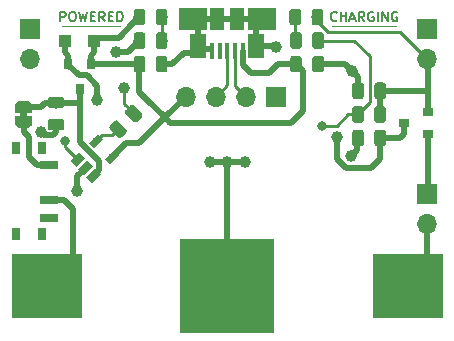
<source format=gtl>
G04 #@! TF.GenerationSoftware,KiCad,Pcbnew,5.0.2-bee76a0~70~ubuntu18.04.1*
G04 #@! TF.CreationDate,2019-03-01T14:14:17+01:00*
G04 #@! TF.ProjectId,SINE_STIMULUS_charger,53494e45-5f53-4544-994d-554c55535f63,rev?*
G04 #@! TF.SameCoordinates,Original*
G04 #@! TF.FileFunction,Copper,L1,Top*
G04 #@! TF.FilePolarity,Positive*
%FSLAX46Y46*%
G04 Gerber Fmt 4.6, Leading zero omitted, Abs format (unit mm)*
G04 Created by KiCad (PCBNEW 5.0.2-bee76a0~70~ubuntu18.04.1) date ven. 01 mars 2019 14:14:17 CET*
%MOMM*%
%LPD*%
G01*
G04 APERTURE LIST*
G04 #@! TA.AperFunction,NonConductor*
%ADD10C,0.180000*%
G04 #@! TD*
G04 #@! TA.AperFunction,SMDPad,CuDef*
%ADD11R,0.800100X0.899160*%
G04 #@! TD*
G04 #@! TA.AperFunction,SMDPad,CuDef*
%ADD12R,8.000000X8.000000*%
G04 #@! TD*
G04 #@! TA.AperFunction,SMDPad,CuDef*
%ADD13R,6.000000X5.500000*%
G04 #@! TD*
G04 #@! TA.AperFunction,Conductor*
%ADD14C,0.100000*%
G04 #@! TD*
G04 #@! TA.AperFunction,SMDPad,CuDef*
%ADD15C,0.975000*%
G04 #@! TD*
G04 #@! TA.AperFunction,SMDPad,CuDef*
%ADD16R,1.000000X1.000000*%
G04 #@! TD*
G04 #@! TA.AperFunction,SMDPad,CuDef*
%ADD17R,0.450000X1.380000*%
G04 #@! TD*
G04 #@! TA.AperFunction,SMDPad,CuDef*
%ADD18R,1.475000X2.100000*%
G04 #@! TD*
G04 #@! TA.AperFunction,SMDPad,CuDef*
%ADD19R,2.375000X1.900000*%
G04 #@! TD*
G04 #@! TA.AperFunction,SMDPad,CuDef*
%ADD20R,1.175000X1.900000*%
G04 #@! TD*
G04 #@! TA.AperFunction,SMDPad,CuDef*
%ADD21C,0.500000*%
G04 #@! TD*
G04 #@! TA.AperFunction,SMDPad,CuDef*
%ADD22C,0.650000*%
G04 #@! TD*
G04 #@! TA.AperFunction,SMDPad,CuDef*
%ADD23R,0.900000X0.800000*%
G04 #@! TD*
G04 #@! TA.AperFunction,ComponentPad*
%ADD24R,1.700000X1.700000*%
G04 #@! TD*
G04 #@! TA.AperFunction,ComponentPad*
%ADD25O,1.700000X1.700000*%
G04 #@! TD*
G04 #@! TA.AperFunction,SMDPad,CuDef*
%ADD26R,1.500000X0.700000*%
G04 #@! TD*
G04 #@! TA.AperFunction,SMDPad,CuDef*
%ADD27R,0.800000X1.000000*%
G04 #@! TD*
G04 #@! TA.AperFunction,ViaPad*
%ADD28C,1.000000*%
G04 #@! TD*
G04 #@! TA.AperFunction,ViaPad*
%ADD29C,0.800000*%
G04 #@! TD*
G04 #@! TA.AperFunction,Conductor*
%ADD30C,0.080000*%
G04 #@! TD*
G04 #@! TA.AperFunction,Conductor*
%ADD31C,0.500000*%
G04 #@! TD*
G04 #@! TA.AperFunction,Conductor*
%ADD32C,0.250000*%
G04 #@! TD*
G04 APERTURE END LIST*
D10*
X114264619Y-61535714D02*
X114226523Y-61573809D01*
X114112238Y-61611904D01*
X114036047Y-61611904D01*
X113921761Y-61573809D01*
X113845571Y-61497619D01*
X113807476Y-61421428D01*
X113769380Y-61269047D01*
X113769380Y-61154761D01*
X113807476Y-61002380D01*
X113845571Y-60926190D01*
X113921761Y-60850000D01*
X114036047Y-60811904D01*
X114112238Y-60811904D01*
X114226523Y-60850000D01*
X114264619Y-60888095D01*
X114607476Y-61611904D02*
X114607476Y-60811904D01*
X114607476Y-61192857D02*
X115064619Y-61192857D01*
X115064619Y-61611904D02*
X115064619Y-60811904D01*
X115407476Y-61383333D02*
X115788428Y-61383333D01*
X115331285Y-61611904D02*
X115597952Y-60811904D01*
X115864619Y-61611904D01*
X116588428Y-61611904D02*
X116321761Y-61230952D01*
X116131285Y-61611904D02*
X116131285Y-60811904D01*
X116436047Y-60811904D01*
X116512238Y-60850000D01*
X116550333Y-60888095D01*
X116588428Y-60964285D01*
X116588428Y-61078571D01*
X116550333Y-61154761D01*
X116512238Y-61192857D01*
X116436047Y-61230952D01*
X116131285Y-61230952D01*
X117350333Y-60850000D02*
X117274142Y-60811904D01*
X117159857Y-60811904D01*
X117045571Y-60850000D01*
X116969380Y-60926190D01*
X116931285Y-61002380D01*
X116893190Y-61154761D01*
X116893190Y-61269047D01*
X116931285Y-61421428D01*
X116969380Y-61497619D01*
X117045571Y-61573809D01*
X117159857Y-61611904D01*
X117236047Y-61611904D01*
X117350333Y-61573809D01*
X117388428Y-61535714D01*
X117388428Y-61269047D01*
X117236047Y-61269047D01*
X117731285Y-61611904D02*
X117731285Y-60811904D01*
X118112238Y-61611904D02*
X118112238Y-60811904D01*
X118569380Y-61611904D01*
X118569380Y-60811904D01*
X119369380Y-60850000D02*
X119293190Y-60811904D01*
X119178904Y-60811904D01*
X119064619Y-60850000D01*
X118988428Y-60926190D01*
X118950333Y-61002380D01*
X118912238Y-61154761D01*
X118912238Y-61269047D01*
X118950333Y-61421428D01*
X118988428Y-61497619D01*
X119064619Y-61573809D01*
X119178904Y-61611904D01*
X119255095Y-61611904D01*
X119369380Y-61573809D01*
X119407476Y-61535714D01*
X119407476Y-61269047D01*
X119255095Y-61269047D01*
X90873476Y-61611904D02*
X90873476Y-60811904D01*
X91178238Y-60811904D01*
X91254428Y-60850000D01*
X91292523Y-60888095D01*
X91330619Y-60964285D01*
X91330619Y-61078571D01*
X91292523Y-61154761D01*
X91254428Y-61192857D01*
X91178238Y-61230952D01*
X90873476Y-61230952D01*
X91825857Y-60811904D02*
X91978238Y-60811904D01*
X92054428Y-60850000D01*
X92130619Y-60926190D01*
X92168714Y-61078571D01*
X92168714Y-61345238D01*
X92130619Y-61497619D01*
X92054428Y-61573809D01*
X91978238Y-61611904D01*
X91825857Y-61611904D01*
X91749666Y-61573809D01*
X91673476Y-61497619D01*
X91635380Y-61345238D01*
X91635380Y-61078571D01*
X91673476Y-60926190D01*
X91749666Y-60850000D01*
X91825857Y-60811904D01*
X92435380Y-60811904D02*
X92625857Y-61611904D01*
X92778238Y-61040476D01*
X92930619Y-61611904D01*
X93121095Y-60811904D01*
X93425857Y-61192857D02*
X93692523Y-61192857D01*
X93806809Y-61611904D02*
X93425857Y-61611904D01*
X93425857Y-60811904D01*
X93806809Y-60811904D01*
X94606809Y-61611904D02*
X94340142Y-61230952D01*
X94149666Y-61611904D02*
X94149666Y-60811904D01*
X94454428Y-60811904D01*
X94530619Y-60850000D01*
X94568714Y-60888095D01*
X94606809Y-60964285D01*
X94606809Y-61078571D01*
X94568714Y-61154761D01*
X94530619Y-61192857D01*
X94454428Y-61230952D01*
X94149666Y-61230952D01*
X94949666Y-61192857D02*
X95216333Y-61192857D01*
X95330619Y-61611904D02*
X94949666Y-61611904D01*
X94949666Y-60811904D01*
X95330619Y-60811904D01*
X95673476Y-61611904D02*
X95673476Y-60811904D01*
X95863952Y-60811904D01*
X95978238Y-60850000D01*
X96054428Y-60926190D01*
X96092523Y-61002380D01*
X96130619Y-61154761D01*
X96130619Y-61269047D01*
X96092523Y-61421428D01*
X96054428Y-61497619D01*
X95978238Y-61573809D01*
X95863952Y-61611904D01*
X95673476Y-61611904D01*
D11*
G04 #@! TO.P,Q1,3*
G04 #@! TO.N,/Power Management/V_UNREG*
X91550040Y-65249240D03*
G04 #@! TO.P,Q1,2*
G04 #@! TO.N,/V_USB*
X93449960Y-65249240D03*
G04 #@! TO.P,Q1,1*
G04 #@! TO.N,Net-(C2-Pad1)*
X92500000Y-67349820D03*
G04 #@! TD*
D12*
G04 #@! TO.P,BT1,2*
G04 #@! TO.N,GND*
X105000000Y-84000000D03*
D13*
G04 #@! TO.P,BT1,1*
G04 #@! TO.N,/V_LIPO*
X120300000Y-84000000D03*
X89700000Y-84000000D03*
G04 #@! TD*
D14*
G04 #@! TO.N,/V_USB*
G04 #@! TO.C,C1*
G36*
X97830142Y-64551174D02*
X97853803Y-64554684D01*
X97877007Y-64560496D01*
X97899529Y-64568554D01*
X97921153Y-64578782D01*
X97941670Y-64591079D01*
X97960883Y-64605329D01*
X97978607Y-64621393D01*
X97994671Y-64639117D01*
X98008921Y-64658330D01*
X98021218Y-64678847D01*
X98031446Y-64700471D01*
X98039504Y-64722993D01*
X98045316Y-64746197D01*
X98048826Y-64769858D01*
X98050000Y-64793750D01*
X98050000Y-65706250D01*
X98048826Y-65730142D01*
X98045316Y-65753803D01*
X98039504Y-65777007D01*
X98031446Y-65799529D01*
X98021218Y-65821153D01*
X98008921Y-65841670D01*
X97994671Y-65860883D01*
X97978607Y-65878607D01*
X97960883Y-65894671D01*
X97941670Y-65908921D01*
X97921153Y-65921218D01*
X97899529Y-65931446D01*
X97877007Y-65939504D01*
X97853803Y-65945316D01*
X97830142Y-65948826D01*
X97806250Y-65950000D01*
X97318750Y-65950000D01*
X97294858Y-65948826D01*
X97271197Y-65945316D01*
X97247993Y-65939504D01*
X97225471Y-65931446D01*
X97203847Y-65921218D01*
X97183330Y-65908921D01*
X97164117Y-65894671D01*
X97146393Y-65878607D01*
X97130329Y-65860883D01*
X97116079Y-65841670D01*
X97103782Y-65821153D01*
X97093554Y-65799529D01*
X97085496Y-65777007D01*
X97079684Y-65753803D01*
X97076174Y-65730142D01*
X97075000Y-65706250D01*
X97075000Y-64793750D01*
X97076174Y-64769858D01*
X97079684Y-64746197D01*
X97085496Y-64722993D01*
X97093554Y-64700471D01*
X97103782Y-64678847D01*
X97116079Y-64658330D01*
X97130329Y-64639117D01*
X97146393Y-64621393D01*
X97164117Y-64605329D01*
X97183330Y-64591079D01*
X97203847Y-64578782D01*
X97225471Y-64568554D01*
X97247993Y-64560496D01*
X97271197Y-64554684D01*
X97294858Y-64551174D01*
X97318750Y-64550000D01*
X97806250Y-64550000D01*
X97830142Y-64551174D01*
X97830142Y-64551174D01*
G37*
D15*
G04 #@! TD*
G04 #@! TO.P,C1,1*
G04 #@! TO.N,/V_USB*
X97562500Y-65250000D03*
D14*
G04 #@! TO.N,GND*
G04 #@! TO.C,C1*
G36*
X99705142Y-64551174D02*
X99728803Y-64554684D01*
X99752007Y-64560496D01*
X99774529Y-64568554D01*
X99796153Y-64578782D01*
X99816670Y-64591079D01*
X99835883Y-64605329D01*
X99853607Y-64621393D01*
X99869671Y-64639117D01*
X99883921Y-64658330D01*
X99896218Y-64678847D01*
X99906446Y-64700471D01*
X99914504Y-64722993D01*
X99920316Y-64746197D01*
X99923826Y-64769858D01*
X99925000Y-64793750D01*
X99925000Y-65706250D01*
X99923826Y-65730142D01*
X99920316Y-65753803D01*
X99914504Y-65777007D01*
X99906446Y-65799529D01*
X99896218Y-65821153D01*
X99883921Y-65841670D01*
X99869671Y-65860883D01*
X99853607Y-65878607D01*
X99835883Y-65894671D01*
X99816670Y-65908921D01*
X99796153Y-65921218D01*
X99774529Y-65931446D01*
X99752007Y-65939504D01*
X99728803Y-65945316D01*
X99705142Y-65948826D01*
X99681250Y-65950000D01*
X99193750Y-65950000D01*
X99169858Y-65948826D01*
X99146197Y-65945316D01*
X99122993Y-65939504D01*
X99100471Y-65931446D01*
X99078847Y-65921218D01*
X99058330Y-65908921D01*
X99039117Y-65894671D01*
X99021393Y-65878607D01*
X99005329Y-65860883D01*
X98991079Y-65841670D01*
X98978782Y-65821153D01*
X98968554Y-65799529D01*
X98960496Y-65777007D01*
X98954684Y-65753803D01*
X98951174Y-65730142D01*
X98950000Y-65706250D01*
X98950000Y-64793750D01*
X98951174Y-64769858D01*
X98954684Y-64746197D01*
X98960496Y-64722993D01*
X98968554Y-64700471D01*
X98978782Y-64678847D01*
X98991079Y-64658330D01*
X99005329Y-64639117D01*
X99021393Y-64621393D01*
X99039117Y-64605329D01*
X99058330Y-64591079D01*
X99078847Y-64578782D01*
X99100471Y-64568554D01*
X99122993Y-64560496D01*
X99146197Y-64554684D01*
X99169858Y-64551174D01*
X99193750Y-64550000D01*
X99681250Y-64550000D01*
X99705142Y-64551174D01*
X99705142Y-64551174D01*
G37*
D15*
G04 #@! TD*
G04 #@! TO.P,C1,2*
G04 #@! TO.N,GND*
X99437500Y-65250000D03*
D14*
G04 #@! TO.N,GND*
G04 #@! TO.C,C2*
G36*
X90980142Y-69888675D02*
X91003803Y-69892185D01*
X91027007Y-69897997D01*
X91049529Y-69906055D01*
X91071153Y-69916283D01*
X91091670Y-69928580D01*
X91110883Y-69942830D01*
X91128607Y-69958894D01*
X91144671Y-69976618D01*
X91158921Y-69995831D01*
X91171218Y-70016348D01*
X91181446Y-70037972D01*
X91189504Y-70060494D01*
X91195316Y-70083698D01*
X91198826Y-70107359D01*
X91200000Y-70131251D01*
X91200000Y-70618751D01*
X91198826Y-70642643D01*
X91195316Y-70666304D01*
X91189504Y-70689508D01*
X91181446Y-70712030D01*
X91171218Y-70733654D01*
X91158921Y-70754171D01*
X91144671Y-70773384D01*
X91128607Y-70791108D01*
X91110883Y-70807172D01*
X91091670Y-70821422D01*
X91071153Y-70833719D01*
X91049529Y-70843947D01*
X91027007Y-70852005D01*
X91003803Y-70857817D01*
X90980142Y-70861327D01*
X90956250Y-70862501D01*
X90043750Y-70862501D01*
X90019858Y-70861327D01*
X89996197Y-70857817D01*
X89972993Y-70852005D01*
X89950471Y-70843947D01*
X89928847Y-70833719D01*
X89908330Y-70821422D01*
X89889117Y-70807172D01*
X89871393Y-70791108D01*
X89855329Y-70773384D01*
X89841079Y-70754171D01*
X89828782Y-70733654D01*
X89818554Y-70712030D01*
X89810496Y-70689508D01*
X89804684Y-70666304D01*
X89801174Y-70642643D01*
X89800000Y-70618751D01*
X89800000Y-70131251D01*
X89801174Y-70107359D01*
X89804684Y-70083698D01*
X89810496Y-70060494D01*
X89818554Y-70037972D01*
X89828782Y-70016348D01*
X89841079Y-69995831D01*
X89855329Y-69976618D01*
X89871393Y-69958894D01*
X89889117Y-69942830D01*
X89908330Y-69928580D01*
X89928847Y-69916283D01*
X89950471Y-69906055D01*
X89972993Y-69897997D01*
X89996197Y-69892185D01*
X90019858Y-69888675D01*
X90043750Y-69887501D01*
X90956250Y-69887501D01*
X90980142Y-69888675D01*
X90980142Y-69888675D01*
G37*
D15*
G04 #@! TD*
G04 #@! TO.P,C2,2*
G04 #@! TO.N,GND*
X90500000Y-70375001D03*
D14*
G04 #@! TO.N,Net-(C2-Pad1)*
G04 #@! TO.C,C2*
G36*
X90980142Y-68013675D02*
X91003803Y-68017185D01*
X91027007Y-68022997D01*
X91049529Y-68031055D01*
X91071153Y-68041283D01*
X91091670Y-68053580D01*
X91110883Y-68067830D01*
X91128607Y-68083894D01*
X91144671Y-68101618D01*
X91158921Y-68120831D01*
X91171218Y-68141348D01*
X91181446Y-68162972D01*
X91189504Y-68185494D01*
X91195316Y-68208698D01*
X91198826Y-68232359D01*
X91200000Y-68256251D01*
X91200000Y-68743751D01*
X91198826Y-68767643D01*
X91195316Y-68791304D01*
X91189504Y-68814508D01*
X91181446Y-68837030D01*
X91171218Y-68858654D01*
X91158921Y-68879171D01*
X91144671Y-68898384D01*
X91128607Y-68916108D01*
X91110883Y-68932172D01*
X91091670Y-68946422D01*
X91071153Y-68958719D01*
X91049529Y-68968947D01*
X91027007Y-68977005D01*
X91003803Y-68982817D01*
X90980142Y-68986327D01*
X90956250Y-68987501D01*
X90043750Y-68987501D01*
X90019858Y-68986327D01*
X89996197Y-68982817D01*
X89972993Y-68977005D01*
X89950471Y-68968947D01*
X89928847Y-68958719D01*
X89908330Y-68946422D01*
X89889117Y-68932172D01*
X89871393Y-68916108D01*
X89855329Y-68898384D01*
X89841079Y-68879171D01*
X89828782Y-68858654D01*
X89818554Y-68837030D01*
X89810496Y-68814508D01*
X89804684Y-68791304D01*
X89801174Y-68767643D01*
X89800000Y-68743751D01*
X89800000Y-68256251D01*
X89801174Y-68232359D01*
X89804684Y-68208698D01*
X89810496Y-68185494D01*
X89818554Y-68162972D01*
X89828782Y-68141348D01*
X89841079Y-68120831D01*
X89855329Y-68101618D01*
X89871393Y-68083894D01*
X89889117Y-68067830D01*
X89908330Y-68053580D01*
X89928847Y-68041283D01*
X89950471Y-68031055D01*
X89972993Y-68022997D01*
X89996197Y-68017185D01*
X90019858Y-68013675D01*
X90043750Y-68012501D01*
X90956250Y-68012501D01*
X90980142Y-68013675D01*
X90980142Y-68013675D01*
G37*
D15*
G04 #@! TD*
G04 #@! TO.P,C2,1*
G04 #@! TO.N,Net-(C2-Pad1)*
X90500000Y-68500001D03*
D14*
G04 #@! TO.N,/Power Management/V_UNREG*
G04 #@! TO.C,C3*
G36*
X118205142Y-70801174D02*
X118228803Y-70804684D01*
X118252007Y-70810496D01*
X118274529Y-70818554D01*
X118296153Y-70828782D01*
X118316670Y-70841079D01*
X118335883Y-70855329D01*
X118353607Y-70871393D01*
X118369671Y-70889117D01*
X118383921Y-70908330D01*
X118396218Y-70928847D01*
X118406446Y-70950471D01*
X118414504Y-70972993D01*
X118420316Y-70996197D01*
X118423826Y-71019858D01*
X118425000Y-71043750D01*
X118425000Y-71956250D01*
X118423826Y-71980142D01*
X118420316Y-72003803D01*
X118414504Y-72027007D01*
X118406446Y-72049529D01*
X118396218Y-72071153D01*
X118383921Y-72091670D01*
X118369671Y-72110883D01*
X118353607Y-72128607D01*
X118335883Y-72144671D01*
X118316670Y-72158921D01*
X118296153Y-72171218D01*
X118274529Y-72181446D01*
X118252007Y-72189504D01*
X118228803Y-72195316D01*
X118205142Y-72198826D01*
X118181250Y-72200000D01*
X117693750Y-72200000D01*
X117669858Y-72198826D01*
X117646197Y-72195316D01*
X117622993Y-72189504D01*
X117600471Y-72181446D01*
X117578847Y-72171218D01*
X117558330Y-72158921D01*
X117539117Y-72144671D01*
X117521393Y-72128607D01*
X117505329Y-72110883D01*
X117491079Y-72091670D01*
X117478782Y-72071153D01*
X117468554Y-72049529D01*
X117460496Y-72027007D01*
X117454684Y-72003803D01*
X117451174Y-71980142D01*
X117450000Y-71956250D01*
X117450000Y-71043750D01*
X117451174Y-71019858D01*
X117454684Y-70996197D01*
X117460496Y-70972993D01*
X117468554Y-70950471D01*
X117478782Y-70928847D01*
X117491079Y-70908330D01*
X117505329Y-70889117D01*
X117521393Y-70871393D01*
X117539117Y-70855329D01*
X117558330Y-70841079D01*
X117578847Y-70828782D01*
X117600471Y-70818554D01*
X117622993Y-70810496D01*
X117646197Y-70804684D01*
X117669858Y-70801174D01*
X117693750Y-70800000D01*
X118181250Y-70800000D01*
X118205142Y-70801174D01*
X118205142Y-70801174D01*
G37*
D15*
G04 #@! TD*
G04 #@! TO.P,C3,1*
G04 #@! TO.N,/Power Management/V_UNREG*
X117937500Y-71500000D03*
D14*
G04 #@! TO.N,GND*
G04 #@! TO.C,C3*
G36*
X116330142Y-70801174D02*
X116353803Y-70804684D01*
X116377007Y-70810496D01*
X116399529Y-70818554D01*
X116421153Y-70828782D01*
X116441670Y-70841079D01*
X116460883Y-70855329D01*
X116478607Y-70871393D01*
X116494671Y-70889117D01*
X116508921Y-70908330D01*
X116521218Y-70928847D01*
X116531446Y-70950471D01*
X116539504Y-70972993D01*
X116545316Y-70996197D01*
X116548826Y-71019858D01*
X116550000Y-71043750D01*
X116550000Y-71956250D01*
X116548826Y-71980142D01*
X116545316Y-72003803D01*
X116539504Y-72027007D01*
X116531446Y-72049529D01*
X116521218Y-72071153D01*
X116508921Y-72091670D01*
X116494671Y-72110883D01*
X116478607Y-72128607D01*
X116460883Y-72144671D01*
X116441670Y-72158921D01*
X116421153Y-72171218D01*
X116399529Y-72181446D01*
X116377007Y-72189504D01*
X116353803Y-72195316D01*
X116330142Y-72198826D01*
X116306250Y-72200000D01*
X115818750Y-72200000D01*
X115794858Y-72198826D01*
X115771197Y-72195316D01*
X115747993Y-72189504D01*
X115725471Y-72181446D01*
X115703847Y-72171218D01*
X115683330Y-72158921D01*
X115664117Y-72144671D01*
X115646393Y-72128607D01*
X115630329Y-72110883D01*
X115616079Y-72091670D01*
X115603782Y-72071153D01*
X115593554Y-72049529D01*
X115585496Y-72027007D01*
X115579684Y-72003803D01*
X115576174Y-71980142D01*
X115575000Y-71956250D01*
X115575000Y-71043750D01*
X115576174Y-71019858D01*
X115579684Y-70996197D01*
X115585496Y-70972993D01*
X115593554Y-70950471D01*
X115603782Y-70928847D01*
X115616079Y-70908330D01*
X115630329Y-70889117D01*
X115646393Y-70871393D01*
X115664117Y-70855329D01*
X115683330Y-70841079D01*
X115703847Y-70828782D01*
X115725471Y-70818554D01*
X115747993Y-70810496D01*
X115771197Y-70804684D01*
X115794858Y-70801174D01*
X115818750Y-70800000D01*
X116306250Y-70800000D01*
X116330142Y-70801174D01*
X116330142Y-70801174D01*
G37*
D15*
G04 #@! TD*
G04 #@! TO.P,C3,2*
G04 #@! TO.N,GND*
X116062500Y-71500000D03*
D14*
G04 #@! TO.N,GND*
G04 #@! TO.C,C4*
G36*
X116330142Y-66801174D02*
X116353803Y-66804684D01*
X116377007Y-66810496D01*
X116399529Y-66818554D01*
X116421153Y-66828782D01*
X116441670Y-66841079D01*
X116460883Y-66855329D01*
X116478607Y-66871393D01*
X116494671Y-66889117D01*
X116508921Y-66908330D01*
X116521218Y-66928847D01*
X116531446Y-66950471D01*
X116539504Y-66972993D01*
X116545316Y-66996197D01*
X116548826Y-67019858D01*
X116550000Y-67043750D01*
X116550000Y-67956250D01*
X116548826Y-67980142D01*
X116545316Y-68003803D01*
X116539504Y-68027007D01*
X116531446Y-68049529D01*
X116521218Y-68071153D01*
X116508921Y-68091670D01*
X116494671Y-68110883D01*
X116478607Y-68128607D01*
X116460883Y-68144671D01*
X116441670Y-68158921D01*
X116421153Y-68171218D01*
X116399529Y-68181446D01*
X116377007Y-68189504D01*
X116353803Y-68195316D01*
X116330142Y-68198826D01*
X116306250Y-68200000D01*
X115818750Y-68200000D01*
X115794858Y-68198826D01*
X115771197Y-68195316D01*
X115747993Y-68189504D01*
X115725471Y-68181446D01*
X115703847Y-68171218D01*
X115683330Y-68158921D01*
X115664117Y-68144671D01*
X115646393Y-68128607D01*
X115630329Y-68110883D01*
X115616079Y-68091670D01*
X115603782Y-68071153D01*
X115593554Y-68049529D01*
X115585496Y-68027007D01*
X115579684Y-68003803D01*
X115576174Y-67980142D01*
X115575000Y-67956250D01*
X115575000Y-67043750D01*
X115576174Y-67019858D01*
X115579684Y-66996197D01*
X115585496Y-66972993D01*
X115593554Y-66950471D01*
X115603782Y-66928847D01*
X115616079Y-66908330D01*
X115630329Y-66889117D01*
X115646393Y-66871393D01*
X115664117Y-66855329D01*
X115683330Y-66841079D01*
X115703847Y-66828782D01*
X115725471Y-66818554D01*
X115747993Y-66810496D01*
X115771197Y-66804684D01*
X115794858Y-66801174D01*
X115818750Y-66800000D01*
X116306250Y-66800000D01*
X116330142Y-66801174D01*
X116330142Y-66801174D01*
G37*
D15*
G04 #@! TD*
G04 #@! TO.P,C4,2*
G04 #@! TO.N,GND*
X116062500Y-67500000D03*
D14*
G04 #@! TO.N,/V_OUT*
G04 #@! TO.C,C4*
G36*
X118205142Y-66801174D02*
X118228803Y-66804684D01*
X118252007Y-66810496D01*
X118274529Y-66818554D01*
X118296153Y-66828782D01*
X118316670Y-66841079D01*
X118335883Y-66855329D01*
X118353607Y-66871393D01*
X118369671Y-66889117D01*
X118383921Y-66908330D01*
X118396218Y-66928847D01*
X118406446Y-66950471D01*
X118414504Y-66972993D01*
X118420316Y-66996197D01*
X118423826Y-67019858D01*
X118425000Y-67043750D01*
X118425000Y-67956250D01*
X118423826Y-67980142D01*
X118420316Y-68003803D01*
X118414504Y-68027007D01*
X118406446Y-68049529D01*
X118396218Y-68071153D01*
X118383921Y-68091670D01*
X118369671Y-68110883D01*
X118353607Y-68128607D01*
X118335883Y-68144671D01*
X118316670Y-68158921D01*
X118296153Y-68171218D01*
X118274529Y-68181446D01*
X118252007Y-68189504D01*
X118228803Y-68195316D01*
X118205142Y-68198826D01*
X118181250Y-68200000D01*
X117693750Y-68200000D01*
X117669858Y-68198826D01*
X117646197Y-68195316D01*
X117622993Y-68189504D01*
X117600471Y-68181446D01*
X117578847Y-68171218D01*
X117558330Y-68158921D01*
X117539117Y-68144671D01*
X117521393Y-68128607D01*
X117505329Y-68110883D01*
X117491079Y-68091670D01*
X117478782Y-68071153D01*
X117468554Y-68049529D01*
X117460496Y-68027007D01*
X117454684Y-68003803D01*
X117451174Y-67980142D01*
X117450000Y-67956250D01*
X117450000Y-67043750D01*
X117451174Y-67019858D01*
X117454684Y-66996197D01*
X117460496Y-66972993D01*
X117468554Y-66950471D01*
X117478782Y-66928847D01*
X117491079Y-66908330D01*
X117505329Y-66889117D01*
X117521393Y-66871393D01*
X117539117Y-66855329D01*
X117558330Y-66841079D01*
X117578847Y-66828782D01*
X117600471Y-66818554D01*
X117622993Y-66810496D01*
X117646197Y-66804684D01*
X117669858Y-66801174D01*
X117693750Y-66800000D01*
X118181250Y-66800000D01*
X118205142Y-66801174D01*
X118205142Y-66801174D01*
G37*
D15*
G04 #@! TD*
G04 #@! TO.P,C4,1*
G04 #@! TO.N,/V_OUT*
X117937500Y-67500000D03*
D16*
G04 #@! TO.P,D1,1*
G04 #@! TO.N,/Power Management/V_UNREG*
X91250000Y-63250000D03*
G04 #@! TO.P,D1,2*
G04 #@! TO.N,/V_USB*
X93750000Y-63250000D03*
G04 #@! TD*
D17*
G04 #@! TO.P,J1,1*
G04 #@! TO.N,/V_USB*
X106300000Y-64110000D03*
G04 #@! TO.P,J1,2*
G04 #@! TO.N,Net-(J1-Pad2)*
X105650000Y-64110000D03*
G04 #@! TO.P,J1,3*
G04 #@! TO.N,Net-(J1-Pad3)*
X105000000Y-64110000D03*
G04 #@! TO.P,J1,4*
G04 #@! TO.N,N/C*
X104350000Y-64110000D03*
G04 #@! TO.P,J1,5*
G04 #@! TO.N,GND*
X103700000Y-64110000D03*
D18*
G04 #@! TO.P,J1,6*
X107462500Y-63750000D03*
X102537500Y-63750000D03*
D19*
X107910000Y-61450000D03*
X102090000Y-61450000D03*
D20*
X105840000Y-61450000D03*
X104160000Y-61450000D03*
G04 #@! TD*
D21*
G04 #@! TO.P,JP1,1*
G04 #@! TO.N,/Power Management/LIPO_IN*
X87750000Y-70150000D03*
D14*
G04 #@! TD*
G04 #@! TO.N,/Power Management/LIPO_IN*
G04 #@! TO.C,JP1*
G36*
X87450000Y-69650000D02*
X87450000Y-69250000D01*
X88050000Y-69250000D01*
X88050000Y-69650000D01*
X88500000Y-69650000D01*
X88500000Y-70150000D01*
X88499398Y-70150000D01*
X88499398Y-70174534D01*
X88494588Y-70223365D01*
X88485016Y-70271490D01*
X88470772Y-70318445D01*
X88451995Y-70363778D01*
X88428864Y-70407051D01*
X88401604Y-70447850D01*
X88370476Y-70485779D01*
X88335779Y-70520476D01*
X88297850Y-70551604D01*
X88257051Y-70578864D01*
X88213778Y-70601995D01*
X88168445Y-70620772D01*
X88121490Y-70635016D01*
X88073365Y-70644588D01*
X88024534Y-70649398D01*
X88000000Y-70649398D01*
X88000000Y-70650000D01*
X87500000Y-70650000D01*
X87500000Y-70649398D01*
X87475466Y-70649398D01*
X87426635Y-70644588D01*
X87378510Y-70635016D01*
X87331555Y-70620772D01*
X87286222Y-70601995D01*
X87242949Y-70578864D01*
X87202150Y-70551604D01*
X87164221Y-70520476D01*
X87129524Y-70485779D01*
X87098396Y-70447850D01*
X87071136Y-70407051D01*
X87048005Y-70363778D01*
X87029228Y-70318445D01*
X87014984Y-70271490D01*
X87005412Y-70223365D01*
X87000602Y-70174534D01*
X87000602Y-70150000D01*
X87000000Y-70150000D01*
X87000000Y-69650000D01*
X87450000Y-69650000D01*
X87450000Y-69650000D01*
G37*
D21*
G04 #@! TO.P,JP1,2*
G04 #@! TO.N,Net-(C2-Pad1)*
X87750000Y-68850000D03*
D14*
G04 #@! TD*
G04 #@! TO.N,Net-(C2-Pad1)*
G04 #@! TO.C,JP1*
G36*
X87000602Y-68850000D02*
X87000602Y-68825466D01*
X87005412Y-68776635D01*
X87014984Y-68728510D01*
X87029228Y-68681555D01*
X87048005Y-68636222D01*
X87071136Y-68592949D01*
X87098396Y-68552150D01*
X87129524Y-68514221D01*
X87164221Y-68479524D01*
X87202150Y-68448396D01*
X87242949Y-68421136D01*
X87286222Y-68398005D01*
X87331555Y-68379228D01*
X87378510Y-68364984D01*
X87426635Y-68355412D01*
X87475466Y-68350602D01*
X87500000Y-68350602D01*
X87500000Y-68350000D01*
X88000000Y-68350000D01*
X88000000Y-68350602D01*
X88024534Y-68350602D01*
X88073365Y-68355412D01*
X88121490Y-68364984D01*
X88168445Y-68379228D01*
X88213778Y-68398005D01*
X88257051Y-68421136D01*
X88297850Y-68448396D01*
X88335779Y-68479524D01*
X88370476Y-68514221D01*
X88401604Y-68552150D01*
X88428864Y-68592949D01*
X88451995Y-68636222D01*
X88470772Y-68681555D01*
X88485016Y-68728510D01*
X88494588Y-68776635D01*
X88499398Y-68825466D01*
X88499398Y-68850000D01*
X88500000Y-68850000D01*
X88500000Y-69350000D01*
X87000000Y-69350000D01*
X87000000Y-68850000D01*
X87000602Y-68850000D01*
X87000602Y-68850000D01*
G37*
G04 #@! TO.N,Net-(R1-Pad1)*
G04 #@! TO.C,R1*
G36*
X95623632Y-70012449D02*
X95647293Y-70015959D01*
X95670497Y-70021771D01*
X95693019Y-70029829D01*
X95714643Y-70040057D01*
X95735160Y-70052354D01*
X95754373Y-70066604D01*
X95772097Y-70082668D01*
X96417332Y-70727903D01*
X96433396Y-70745627D01*
X96447646Y-70764840D01*
X96459943Y-70785357D01*
X96470171Y-70806981D01*
X96478229Y-70829503D01*
X96484041Y-70852707D01*
X96487551Y-70876368D01*
X96488725Y-70900260D01*
X96487551Y-70924152D01*
X96484041Y-70947813D01*
X96478229Y-70971017D01*
X96470171Y-70993539D01*
X96459943Y-71015163D01*
X96447646Y-71035680D01*
X96433396Y-71054893D01*
X96417332Y-71072617D01*
X96072617Y-71417332D01*
X96054893Y-71433396D01*
X96035680Y-71447646D01*
X96015163Y-71459943D01*
X95993539Y-71470171D01*
X95971017Y-71478229D01*
X95947813Y-71484041D01*
X95924152Y-71487551D01*
X95900260Y-71488725D01*
X95876368Y-71487551D01*
X95852707Y-71484041D01*
X95829503Y-71478229D01*
X95806981Y-71470171D01*
X95785357Y-71459943D01*
X95764840Y-71447646D01*
X95745627Y-71433396D01*
X95727903Y-71417332D01*
X95082668Y-70772097D01*
X95066604Y-70754373D01*
X95052354Y-70735160D01*
X95040057Y-70714643D01*
X95029829Y-70693019D01*
X95021771Y-70670497D01*
X95015959Y-70647293D01*
X95012449Y-70623632D01*
X95011275Y-70599740D01*
X95012449Y-70575848D01*
X95015959Y-70552187D01*
X95021771Y-70528983D01*
X95029829Y-70506461D01*
X95040057Y-70484837D01*
X95052354Y-70464320D01*
X95066604Y-70445107D01*
X95082668Y-70427383D01*
X95427383Y-70082668D01*
X95445107Y-70066604D01*
X95464320Y-70052354D01*
X95484837Y-70040057D01*
X95506461Y-70029829D01*
X95528983Y-70021771D01*
X95552187Y-70015959D01*
X95575848Y-70012449D01*
X95599740Y-70011275D01*
X95623632Y-70012449D01*
X95623632Y-70012449D01*
G37*
D15*
G04 #@! TD*
G04 #@! TO.P,R1,1*
G04 #@! TO.N,Net-(R1-Pad1)*
X95750000Y-70750000D03*
D14*
G04 #@! TO.N,GND*
G04 #@! TO.C,R1*
G36*
X96949458Y-68686623D02*
X96973119Y-68690133D01*
X96996323Y-68695945D01*
X97018845Y-68704003D01*
X97040469Y-68714231D01*
X97060986Y-68726528D01*
X97080199Y-68740778D01*
X97097923Y-68756842D01*
X97743158Y-69402077D01*
X97759222Y-69419801D01*
X97773472Y-69439014D01*
X97785769Y-69459531D01*
X97795997Y-69481155D01*
X97804055Y-69503677D01*
X97809867Y-69526881D01*
X97813377Y-69550542D01*
X97814551Y-69574434D01*
X97813377Y-69598326D01*
X97809867Y-69621987D01*
X97804055Y-69645191D01*
X97795997Y-69667713D01*
X97785769Y-69689337D01*
X97773472Y-69709854D01*
X97759222Y-69729067D01*
X97743158Y-69746791D01*
X97398443Y-70091506D01*
X97380719Y-70107570D01*
X97361506Y-70121820D01*
X97340989Y-70134117D01*
X97319365Y-70144345D01*
X97296843Y-70152403D01*
X97273639Y-70158215D01*
X97249978Y-70161725D01*
X97226086Y-70162899D01*
X97202194Y-70161725D01*
X97178533Y-70158215D01*
X97155329Y-70152403D01*
X97132807Y-70144345D01*
X97111183Y-70134117D01*
X97090666Y-70121820D01*
X97071453Y-70107570D01*
X97053729Y-70091506D01*
X96408494Y-69446271D01*
X96392430Y-69428547D01*
X96378180Y-69409334D01*
X96365883Y-69388817D01*
X96355655Y-69367193D01*
X96347597Y-69344671D01*
X96341785Y-69321467D01*
X96338275Y-69297806D01*
X96337101Y-69273914D01*
X96338275Y-69250022D01*
X96341785Y-69226361D01*
X96347597Y-69203157D01*
X96355655Y-69180635D01*
X96365883Y-69159011D01*
X96378180Y-69138494D01*
X96392430Y-69119281D01*
X96408494Y-69101557D01*
X96753209Y-68756842D01*
X96770933Y-68740778D01*
X96790146Y-68726528D01*
X96810663Y-68714231D01*
X96832287Y-68704003D01*
X96854809Y-68695945D01*
X96878013Y-68690133D01*
X96901674Y-68686623D01*
X96925566Y-68685449D01*
X96949458Y-68686623D01*
X96949458Y-68686623D01*
G37*
D15*
G04 #@! TD*
G04 #@! TO.P,R1,2*
G04 #@! TO.N,GND*
X97075826Y-69424174D03*
D14*
G04 #@! TO.N,/V_USB*
G04 #@! TO.C,R2*
G36*
X111080142Y-64551174D02*
X111103803Y-64554684D01*
X111127007Y-64560496D01*
X111149529Y-64568554D01*
X111171153Y-64578782D01*
X111191670Y-64591079D01*
X111210883Y-64605329D01*
X111228607Y-64621393D01*
X111244671Y-64639117D01*
X111258921Y-64658330D01*
X111271218Y-64678847D01*
X111281446Y-64700471D01*
X111289504Y-64722993D01*
X111295316Y-64746197D01*
X111298826Y-64769858D01*
X111300000Y-64793750D01*
X111300000Y-65706250D01*
X111298826Y-65730142D01*
X111295316Y-65753803D01*
X111289504Y-65777007D01*
X111281446Y-65799529D01*
X111271218Y-65821153D01*
X111258921Y-65841670D01*
X111244671Y-65860883D01*
X111228607Y-65878607D01*
X111210883Y-65894671D01*
X111191670Y-65908921D01*
X111171153Y-65921218D01*
X111149529Y-65931446D01*
X111127007Y-65939504D01*
X111103803Y-65945316D01*
X111080142Y-65948826D01*
X111056250Y-65950000D01*
X110568750Y-65950000D01*
X110544858Y-65948826D01*
X110521197Y-65945316D01*
X110497993Y-65939504D01*
X110475471Y-65931446D01*
X110453847Y-65921218D01*
X110433330Y-65908921D01*
X110414117Y-65894671D01*
X110396393Y-65878607D01*
X110380329Y-65860883D01*
X110366079Y-65841670D01*
X110353782Y-65821153D01*
X110343554Y-65799529D01*
X110335496Y-65777007D01*
X110329684Y-65753803D01*
X110326174Y-65730142D01*
X110325000Y-65706250D01*
X110325000Y-64793750D01*
X110326174Y-64769858D01*
X110329684Y-64746197D01*
X110335496Y-64722993D01*
X110343554Y-64700471D01*
X110353782Y-64678847D01*
X110366079Y-64658330D01*
X110380329Y-64639117D01*
X110396393Y-64621393D01*
X110414117Y-64605329D01*
X110433330Y-64591079D01*
X110453847Y-64578782D01*
X110475471Y-64568554D01*
X110497993Y-64560496D01*
X110521197Y-64554684D01*
X110544858Y-64551174D01*
X110568750Y-64550000D01*
X111056250Y-64550000D01*
X111080142Y-64551174D01*
X111080142Y-64551174D01*
G37*
D15*
G04 #@! TD*
G04 #@! TO.P,R2,1*
G04 #@! TO.N,/V_USB*
X110812500Y-65250000D03*
D14*
G04 #@! TO.N,GND*
G04 #@! TO.C,R2*
G36*
X112955142Y-64551174D02*
X112978803Y-64554684D01*
X113002007Y-64560496D01*
X113024529Y-64568554D01*
X113046153Y-64578782D01*
X113066670Y-64591079D01*
X113085883Y-64605329D01*
X113103607Y-64621393D01*
X113119671Y-64639117D01*
X113133921Y-64658330D01*
X113146218Y-64678847D01*
X113156446Y-64700471D01*
X113164504Y-64722993D01*
X113170316Y-64746197D01*
X113173826Y-64769858D01*
X113175000Y-64793750D01*
X113175000Y-65706250D01*
X113173826Y-65730142D01*
X113170316Y-65753803D01*
X113164504Y-65777007D01*
X113156446Y-65799529D01*
X113146218Y-65821153D01*
X113133921Y-65841670D01*
X113119671Y-65860883D01*
X113103607Y-65878607D01*
X113085883Y-65894671D01*
X113066670Y-65908921D01*
X113046153Y-65921218D01*
X113024529Y-65931446D01*
X113002007Y-65939504D01*
X112978803Y-65945316D01*
X112955142Y-65948826D01*
X112931250Y-65950000D01*
X112443750Y-65950000D01*
X112419858Y-65948826D01*
X112396197Y-65945316D01*
X112372993Y-65939504D01*
X112350471Y-65931446D01*
X112328847Y-65921218D01*
X112308330Y-65908921D01*
X112289117Y-65894671D01*
X112271393Y-65878607D01*
X112255329Y-65860883D01*
X112241079Y-65841670D01*
X112228782Y-65821153D01*
X112218554Y-65799529D01*
X112210496Y-65777007D01*
X112204684Y-65753803D01*
X112201174Y-65730142D01*
X112200000Y-65706250D01*
X112200000Y-64793750D01*
X112201174Y-64769858D01*
X112204684Y-64746197D01*
X112210496Y-64722993D01*
X112218554Y-64700471D01*
X112228782Y-64678847D01*
X112241079Y-64658330D01*
X112255329Y-64639117D01*
X112271393Y-64621393D01*
X112289117Y-64605329D01*
X112308330Y-64591079D01*
X112328847Y-64578782D01*
X112350471Y-64568554D01*
X112372993Y-64560496D01*
X112396197Y-64554684D01*
X112419858Y-64551174D01*
X112443750Y-64550000D01*
X112931250Y-64550000D01*
X112955142Y-64551174D01*
X112955142Y-64551174D01*
G37*
D15*
G04 #@! TD*
G04 #@! TO.P,R2,2*
G04 #@! TO.N,GND*
X112687500Y-65250000D03*
D14*
G04 #@! TO.N,/STAT*
G04 #@! TO.C,R3*
G36*
X116330142Y-68801174D02*
X116353803Y-68804684D01*
X116377007Y-68810496D01*
X116399529Y-68818554D01*
X116421153Y-68828782D01*
X116441670Y-68841079D01*
X116460883Y-68855329D01*
X116478607Y-68871393D01*
X116494671Y-68889117D01*
X116508921Y-68908330D01*
X116521218Y-68928847D01*
X116531446Y-68950471D01*
X116539504Y-68972993D01*
X116545316Y-68996197D01*
X116548826Y-69019858D01*
X116550000Y-69043750D01*
X116550000Y-69956250D01*
X116548826Y-69980142D01*
X116545316Y-70003803D01*
X116539504Y-70027007D01*
X116531446Y-70049529D01*
X116521218Y-70071153D01*
X116508921Y-70091670D01*
X116494671Y-70110883D01*
X116478607Y-70128607D01*
X116460883Y-70144671D01*
X116441670Y-70158921D01*
X116421153Y-70171218D01*
X116399529Y-70181446D01*
X116377007Y-70189504D01*
X116353803Y-70195316D01*
X116330142Y-70198826D01*
X116306250Y-70200000D01*
X115818750Y-70200000D01*
X115794858Y-70198826D01*
X115771197Y-70195316D01*
X115747993Y-70189504D01*
X115725471Y-70181446D01*
X115703847Y-70171218D01*
X115683330Y-70158921D01*
X115664117Y-70144671D01*
X115646393Y-70128607D01*
X115630329Y-70110883D01*
X115616079Y-70091670D01*
X115603782Y-70071153D01*
X115593554Y-70049529D01*
X115585496Y-70027007D01*
X115579684Y-70003803D01*
X115576174Y-69980142D01*
X115575000Y-69956250D01*
X115575000Y-69043750D01*
X115576174Y-69019858D01*
X115579684Y-68996197D01*
X115585496Y-68972993D01*
X115593554Y-68950471D01*
X115603782Y-68928847D01*
X115616079Y-68908330D01*
X115630329Y-68889117D01*
X115646393Y-68871393D01*
X115664117Y-68855329D01*
X115683330Y-68841079D01*
X115703847Y-68828782D01*
X115725471Y-68818554D01*
X115747993Y-68810496D01*
X115771197Y-68804684D01*
X115794858Y-68801174D01*
X115818750Y-68800000D01*
X116306250Y-68800000D01*
X116330142Y-68801174D01*
X116330142Y-68801174D01*
G37*
D15*
G04 #@! TD*
G04 #@! TO.P,R3,2*
G04 #@! TO.N,/STAT*
X116062500Y-69500000D03*
D14*
G04 #@! TO.N,/V_OUT*
G04 #@! TO.C,R3*
G36*
X118205142Y-68801174D02*
X118228803Y-68804684D01*
X118252007Y-68810496D01*
X118274529Y-68818554D01*
X118296153Y-68828782D01*
X118316670Y-68841079D01*
X118335883Y-68855329D01*
X118353607Y-68871393D01*
X118369671Y-68889117D01*
X118383921Y-68908330D01*
X118396218Y-68928847D01*
X118406446Y-68950471D01*
X118414504Y-68972993D01*
X118420316Y-68996197D01*
X118423826Y-69019858D01*
X118425000Y-69043750D01*
X118425000Y-69956250D01*
X118423826Y-69980142D01*
X118420316Y-70003803D01*
X118414504Y-70027007D01*
X118406446Y-70049529D01*
X118396218Y-70071153D01*
X118383921Y-70091670D01*
X118369671Y-70110883D01*
X118353607Y-70128607D01*
X118335883Y-70144671D01*
X118316670Y-70158921D01*
X118296153Y-70171218D01*
X118274529Y-70181446D01*
X118252007Y-70189504D01*
X118228803Y-70195316D01*
X118205142Y-70198826D01*
X118181250Y-70200000D01*
X117693750Y-70200000D01*
X117669858Y-70198826D01*
X117646197Y-70195316D01*
X117622993Y-70189504D01*
X117600471Y-70181446D01*
X117578847Y-70171218D01*
X117558330Y-70158921D01*
X117539117Y-70144671D01*
X117521393Y-70128607D01*
X117505329Y-70110883D01*
X117491079Y-70091670D01*
X117478782Y-70071153D01*
X117468554Y-70049529D01*
X117460496Y-70027007D01*
X117454684Y-70003803D01*
X117451174Y-69980142D01*
X117450000Y-69956250D01*
X117450000Y-69043750D01*
X117451174Y-69019858D01*
X117454684Y-68996197D01*
X117460496Y-68972993D01*
X117468554Y-68950471D01*
X117478782Y-68928847D01*
X117491079Y-68908330D01*
X117505329Y-68889117D01*
X117521393Y-68871393D01*
X117539117Y-68855329D01*
X117558330Y-68841079D01*
X117578847Y-68828782D01*
X117600471Y-68818554D01*
X117622993Y-68810496D01*
X117646197Y-68804684D01*
X117669858Y-68801174D01*
X117693750Y-68800000D01*
X118181250Y-68800000D01*
X118205142Y-68801174D01*
X118205142Y-68801174D01*
G37*
D15*
G04 #@! TD*
G04 #@! TO.P,R3,1*
G04 #@! TO.N,/V_OUT*
X117937500Y-69500000D03*
D22*
G04 #@! TO.P,U1,1*
G04 #@! TO.N,/STAT*
X92328248Y-73328249D03*
D14*
G04 #@! TD*
G04 #@! TO.N,/STAT*
G04 #@! TO.C,U1*
G36*
X92183291Y-73932825D02*
X91723672Y-73473206D01*
X92473205Y-72723673D01*
X92932824Y-73183292D01*
X92183291Y-73932825D01*
X92183291Y-73932825D01*
G37*
D22*
G04 #@! TO.P,U1,2*
G04 #@! TO.N,GND*
X93000000Y-74000000D03*
D14*
G04 #@! TD*
G04 #@! TO.N,GND*
G04 #@! TO.C,U1*
G36*
X92855043Y-74604576D02*
X92395424Y-74144957D01*
X93144957Y-73395424D01*
X93604576Y-73855043D01*
X92855043Y-74604576D01*
X92855043Y-74604576D01*
G37*
D22*
G04 #@! TO.P,U1,3*
G04 #@! TO.N,Net-(C2-Pad1)*
X93671751Y-74671752D03*
D14*
G04 #@! TD*
G04 #@! TO.N,Net-(C2-Pad1)*
G04 #@! TO.C,U1*
G36*
X93526794Y-75276328D02*
X93067175Y-74816709D01*
X93816708Y-74067176D01*
X94276327Y-74526795D01*
X93526794Y-75276328D01*
X93526794Y-75276328D01*
G37*
D22*
G04 #@! TO.P,U1,4*
G04 #@! TO.N,/V_USB*
X95227386Y-73116117D03*
D14*
G04 #@! TD*
G04 #@! TO.N,/V_USB*
G04 #@! TO.C,U1*
G36*
X95082429Y-73720693D02*
X94622810Y-73261074D01*
X95372343Y-72511541D01*
X95831962Y-72971160D01*
X95082429Y-73720693D01*
X95082429Y-73720693D01*
G37*
D22*
G04 #@! TO.P,U1,5*
G04 #@! TO.N,Net-(R1-Pad1)*
X93883883Y-71772614D03*
D14*
G04 #@! TD*
G04 #@! TO.N,Net-(R1-Pad1)*
G04 #@! TO.C,U1*
G36*
X93738926Y-72377190D02*
X93279307Y-71917571D01*
X94028840Y-71168038D01*
X94488459Y-71627657D01*
X93738926Y-72377190D01*
X93738926Y-72377190D01*
G37*
D23*
G04 #@! TO.P,U2,1*
G04 #@! TO.N,GND*
X122000000Y-71200000D03*
G04 #@! TO.P,U2,2*
G04 #@! TO.N,/V_OUT*
X122000000Y-69300000D03*
G04 #@! TO.P,U2,3*
G04 #@! TO.N,/Power Management/V_UNREG*
X120000000Y-70250000D03*
G04 #@! TD*
D14*
G04 #@! TO.N,Net-(D2-Pad1)*
G04 #@! TO.C,D2*
G36*
X111017643Y-60551174D02*
X111041304Y-60554684D01*
X111064508Y-60560496D01*
X111087030Y-60568554D01*
X111108654Y-60578782D01*
X111129171Y-60591079D01*
X111148384Y-60605329D01*
X111166108Y-60621393D01*
X111182172Y-60639117D01*
X111196422Y-60658330D01*
X111208719Y-60678847D01*
X111218947Y-60700471D01*
X111227005Y-60722993D01*
X111232817Y-60746197D01*
X111236327Y-60769858D01*
X111237501Y-60793750D01*
X111237501Y-61706250D01*
X111236327Y-61730142D01*
X111232817Y-61753803D01*
X111227005Y-61777007D01*
X111218947Y-61799529D01*
X111208719Y-61821153D01*
X111196422Y-61841670D01*
X111182172Y-61860883D01*
X111166108Y-61878607D01*
X111148384Y-61894671D01*
X111129171Y-61908921D01*
X111108654Y-61921218D01*
X111087030Y-61931446D01*
X111064508Y-61939504D01*
X111041304Y-61945316D01*
X111017643Y-61948826D01*
X110993751Y-61950000D01*
X110506251Y-61950000D01*
X110482359Y-61948826D01*
X110458698Y-61945316D01*
X110435494Y-61939504D01*
X110412972Y-61931446D01*
X110391348Y-61921218D01*
X110370831Y-61908921D01*
X110351618Y-61894671D01*
X110333894Y-61878607D01*
X110317830Y-61860883D01*
X110303580Y-61841670D01*
X110291283Y-61821153D01*
X110281055Y-61799529D01*
X110272997Y-61777007D01*
X110267185Y-61753803D01*
X110263675Y-61730142D01*
X110262501Y-61706250D01*
X110262501Y-60793750D01*
X110263675Y-60769858D01*
X110267185Y-60746197D01*
X110272997Y-60722993D01*
X110281055Y-60700471D01*
X110291283Y-60678847D01*
X110303580Y-60658330D01*
X110317830Y-60639117D01*
X110333894Y-60621393D01*
X110351618Y-60605329D01*
X110370831Y-60591079D01*
X110391348Y-60578782D01*
X110412972Y-60568554D01*
X110435494Y-60560496D01*
X110458698Y-60554684D01*
X110482359Y-60551174D01*
X110506251Y-60550000D01*
X110993751Y-60550000D01*
X111017643Y-60551174D01*
X111017643Y-60551174D01*
G37*
D15*
G04 #@! TD*
G04 #@! TO.P,D2,1*
G04 #@! TO.N,Net-(D2-Pad1)*
X110750001Y-61250000D03*
D14*
G04 #@! TO.N,/V_OUT*
G04 #@! TO.C,D2*
G36*
X112892643Y-60551174D02*
X112916304Y-60554684D01*
X112939508Y-60560496D01*
X112962030Y-60568554D01*
X112983654Y-60578782D01*
X113004171Y-60591079D01*
X113023384Y-60605329D01*
X113041108Y-60621393D01*
X113057172Y-60639117D01*
X113071422Y-60658330D01*
X113083719Y-60678847D01*
X113093947Y-60700471D01*
X113102005Y-60722993D01*
X113107817Y-60746197D01*
X113111327Y-60769858D01*
X113112501Y-60793750D01*
X113112501Y-61706250D01*
X113111327Y-61730142D01*
X113107817Y-61753803D01*
X113102005Y-61777007D01*
X113093947Y-61799529D01*
X113083719Y-61821153D01*
X113071422Y-61841670D01*
X113057172Y-61860883D01*
X113041108Y-61878607D01*
X113023384Y-61894671D01*
X113004171Y-61908921D01*
X112983654Y-61921218D01*
X112962030Y-61931446D01*
X112939508Y-61939504D01*
X112916304Y-61945316D01*
X112892643Y-61948826D01*
X112868751Y-61950000D01*
X112381251Y-61950000D01*
X112357359Y-61948826D01*
X112333698Y-61945316D01*
X112310494Y-61939504D01*
X112287972Y-61931446D01*
X112266348Y-61921218D01*
X112245831Y-61908921D01*
X112226618Y-61894671D01*
X112208894Y-61878607D01*
X112192830Y-61860883D01*
X112178580Y-61841670D01*
X112166283Y-61821153D01*
X112156055Y-61799529D01*
X112147997Y-61777007D01*
X112142185Y-61753803D01*
X112138675Y-61730142D01*
X112137501Y-61706250D01*
X112137501Y-60793750D01*
X112138675Y-60769858D01*
X112142185Y-60746197D01*
X112147997Y-60722993D01*
X112156055Y-60700471D01*
X112166283Y-60678847D01*
X112178580Y-60658330D01*
X112192830Y-60639117D01*
X112208894Y-60621393D01*
X112226618Y-60605329D01*
X112245831Y-60591079D01*
X112266348Y-60578782D01*
X112287972Y-60568554D01*
X112310494Y-60560496D01*
X112333698Y-60554684D01*
X112357359Y-60551174D01*
X112381251Y-60550000D01*
X112868751Y-60550000D01*
X112892643Y-60551174D01*
X112892643Y-60551174D01*
G37*
D15*
G04 #@! TD*
G04 #@! TO.P,D2,2*
G04 #@! TO.N,/V_OUT*
X112625001Y-61250000D03*
D14*
G04 #@! TO.N,/V_USB*
G04 #@! TO.C,D3*
G36*
X97830142Y-60551174D02*
X97853803Y-60554684D01*
X97877007Y-60560496D01*
X97899529Y-60568554D01*
X97921153Y-60578782D01*
X97941670Y-60591079D01*
X97960883Y-60605329D01*
X97978607Y-60621393D01*
X97994671Y-60639117D01*
X98008921Y-60658330D01*
X98021218Y-60678847D01*
X98031446Y-60700471D01*
X98039504Y-60722993D01*
X98045316Y-60746197D01*
X98048826Y-60769858D01*
X98050000Y-60793750D01*
X98050000Y-61706250D01*
X98048826Y-61730142D01*
X98045316Y-61753803D01*
X98039504Y-61777007D01*
X98031446Y-61799529D01*
X98021218Y-61821153D01*
X98008921Y-61841670D01*
X97994671Y-61860883D01*
X97978607Y-61878607D01*
X97960883Y-61894671D01*
X97941670Y-61908921D01*
X97921153Y-61921218D01*
X97899529Y-61931446D01*
X97877007Y-61939504D01*
X97853803Y-61945316D01*
X97830142Y-61948826D01*
X97806250Y-61950000D01*
X97318750Y-61950000D01*
X97294858Y-61948826D01*
X97271197Y-61945316D01*
X97247993Y-61939504D01*
X97225471Y-61931446D01*
X97203847Y-61921218D01*
X97183330Y-61908921D01*
X97164117Y-61894671D01*
X97146393Y-61878607D01*
X97130329Y-61860883D01*
X97116079Y-61841670D01*
X97103782Y-61821153D01*
X97093554Y-61799529D01*
X97085496Y-61777007D01*
X97079684Y-61753803D01*
X97076174Y-61730142D01*
X97075000Y-61706250D01*
X97075000Y-60793750D01*
X97076174Y-60769858D01*
X97079684Y-60746197D01*
X97085496Y-60722993D01*
X97093554Y-60700471D01*
X97103782Y-60678847D01*
X97116079Y-60658330D01*
X97130329Y-60639117D01*
X97146393Y-60621393D01*
X97164117Y-60605329D01*
X97183330Y-60591079D01*
X97203847Y-60578782D01*
X97225471Y-60568554D01*
X97247993Y-60560496D01*
X97271197Y-60554684D01*
X97294858Y-60551174D01*
X97318750Y-60550000D01*
X97806250Y-60550000D01*
X97830142Y-60551174D01*
X97830142Y-60551174D01*
G37*
D15*
G04 #@! TD*
G04 #@! TO.P,D3,2*
G04 #@! TO.N,/V_USB*
X97562500Y-61250000D03*
D14*
G04 #@! TO.N,Net-(D3-Pad1)*
G04 #@! TO.C,D3*
G36*
X99705142Y-60551174D02*
X99728803Y-60554684D01*
X99752007Y-60560496D01*
X99774529Y-60568554D01*
X99796153Y-60578782D01*
X99816670Y-60591079D01*
X99835883Y-60605329D01*
X99853607Y-60621393D01*
X99869671Y-60639117D01*
X99883921Y-60658330D01*
X99896218Y-60678847D01*
X99906446Y-60700471D01*
X99914504Y-60722993D01*
X99920316Y-60746197D01*
X99923826Y-60769858D01*
X99925000Y-60793750D01*
X99925000Y-61706250D01*
X99923826Y-61730142D01*
X99920316Y-61753803D01*
X99914504Y-61777007D01*
X99906446Y-61799529D01*
X99896218Y-61821153D01*
X99883921Y-61841670D01*
X99869671Y-61860883D01*
X99853607Y-61878607D01*
X99835883Y-61894671D01*
X99816670Y-61908921D01*
X99796153Y-61921218D01*
X99774529Y-61931446D01*
X99752007Y-61939504D01*
X99728803Y-61945316D01*
X99705142Y-61948826D01*
X99681250Y-61950000D01*
X99193750Y-61950000D01*
X99169858Y-61948826D01*
X99146197Y-61945316D01*
X99122993Y-61939504D01*
X99100471Y-61931446D01*
X99078847Y-61921218D01*
X99058330Y-61908921D01*
X99039117Y-61894671D01*
X99021393Y-61878607D01*
X99005329Y-61860883D01*
X98991079Y-61841670D01*
X98978782Y-61821153D01*
X98968554Y-61799529D01*
X98960496Y-61777007D01*
X98954684Y-61753803D01*
X98951174Y-61730142D01*
X98950000Y-61706250D01*
X98950000Y-60793750D01*
X98951174Y-60769858D01*
X98954684Y-60746197D01*
X98960496Y-60722993D01*
X98968554Y-60700471D01*
X98978782Y-60678847D01*
X98991079Y-60658330D01*
X99005329Y-60639117D01*
X99021393Y-60621393D01*
X99039117Y-60605329D01*
X99058330Y-60591079D01*
X99078847Y-60578782D01*
X99100471Y-60568554D01*
X99122993Y-60560496D01*
X99146197Y-60554684D01*
X99169858Y-60551174D01*
X99193750Y-60550000D01*
X99681250Y-60550000D01*
X99705142Y-60551174D01*
X99705142Y-60551174D01*
G37*
D15*
G04 #@! TD*
G04 #@! TO.P,D3,1*
G04 #@! TO.N,Net-(D3-Pad1)*
X99437500Y-61250000D03*
D24*
G04 #@! TO.P,J2,1*
G04 #@! TO.N,GND*
X109079999Y-68000000D03*
D25*
G04 #@! TO.P,J2,2*
G04 #@! TO.N,Net-(J1-Pad2)*
X106539999Y-68000000D03*
G04 #@! TO.P,J2,3*
G04 #@! TO.N,Net-(J1-Pad3)*
X103999999Y-68000000D03*
G04 #@! TO.P,J2,4*
G04 #@! TO.N,/V_USB*
X101459999Y-68000000D03*
G04 #@! TD*
D24*
G04 #@! TO.P,J3,1*
G04 #@! TO.N,GND*
X121920000Y-62230000D03*
D25*
G04 #@! TO.P,J3,2*
G04 #@! TO.N,/V_OUT*
X121920000Y-64770000D03*
G04 #@! TD*
D14*
G04 #@! TO.N,Net-(D2-Pad1)*
G04 #@! TO.C,R4*
G36*
X111080142Y-62551174D02*
X111103803Y-62554684D01*
X111127007Y-62560496D01*
X111149529Y-62568554D01*
X111171153Y-62578782D01*
X111191670Y-62591079D01*
X111210883Y-62605329D01*
X111228607Y-62621393D01*
X111244671Y-62639117D01*
X111258921Y-62658330D01*
X111271218Y-62678847D01*
X111281446Y-62700471D01*
X111289504Y-62722993D01*
X111295316Y-62746197D01*
X111298826Y-62769858D01*
X111300000Y-62793750D01*
X111300000Y-63706250D01*
X111298826Y-63730142D01*
X111295316Y-63753803D01*
X111289504Y-63777007D01*
X111281446Y-63799529D01*
X111271218Y-63821153D01*
X111258921Y-63841670D01*
X111244671Y-63860883D01*
X111228607Y-63878607D01*
X111210883Y-63894671D01*
X111191670Y-63908921D01*
X111171153Y-63921218D01*
X111149529Y-63931446D01*
X111127007Y-63939504D01*
X111103803Y-63945316D01*
X111080142Y-63948826D01*
X111056250Y-63950000D01*
X110568750Y-63950000D01*
X110544858Y-63948826D01*
X110521197Y-63945316D01*
X110497993Y-63939504D01*
X110475471Y-63931446D01*
X110453847Y-63921218D01*
X110433330Y-63908921D01*
X110414117Y-63894671D01*
X110396393Y-63878607D01*
X110380329Y-63860883D01*
X110366079Y-63841670D01*
X110353782Y-63821153D01*
X110343554Y-63799529D01*
X110335496Y-63777007D01*
X110329684Y-63753803D01*
X110326174Y-63730142D01*
X110325000Y-63706250D01*
X110325000Y-62793750D01*
X110326174Y-62769858D01*
X110329684Y-62746197D01*
X110335496Y-62722993D01*
X110343554Y-62700471D01*
X110353782Y-62678847D01*
X110366079Y-62658330D01*
X110380329Y-62639117D01*
X110396393Y-62621393D01*
X110414117Y-62605329D01*
X110433330Y-62591079D01*
X110453847Y-62578782D01*
X110475471Y-62568554D01*
X110497993Y-62560496D01*
X110521197Y-62554684D01*
X110544858Y-62551174D01*
X110568750Y-62550000D01*
X111056250Y-62550000D01*
X111080142Y-62551174D01*
X111080142Y-62551174D01*
G37*
D15*
G04 #@! TD*
G04 #@! TO.P,R4,1*
G04 #@! TO.N,Net-(D2-Pad1)*
X110812500Y-63250000D03*
D14*
G04 #@! TO.N,/STAT*
G04 #@! TO.C,R4*
G36*
X112955142Y-62551174D02*
X112978803Y-62554684D01*
X113002007Y-62560496D01*
X113024529Y-62568554D01*
X113046153Y-62578782D01*
X113066670Y-62591079D01*
X113085883Y-62605329D01*
X113103607Y-62621393D01*
X113119671Y-62639117D01*
X113133921Y-62658330D01*
X113146218Y-62678847D01*
X113156446Y-62700471D01*
X113164504Y-62722993D01*
X113170316Y-62746197D01*
X113173826Y-62769858D01*
X113175000Y-62793750D01*
X113175000Y-63706250D01*
X113173826Y-63730142D01*
X113170316Y-63753803D01*
X113164504Y-63777007D01*
X113156446Y-63799529D01*
X113146218Y-63821153D01*
X113133921Y-63841670D01*
X113119671Y-63860883D01*
X113103607Y-63878607D01*
X113085883Y-63894671D01*
X113066670Y-63908921D01*
X113046153Y-63921218D01*
X113024529Y-63931446D01*
X113002007Y-63939504D01*
X112978803Y-63945316D01*
X112955142Y-63948826D01*
X112931250Y-63950000D01*
X112443750Y-63950000D01*
X112419858Y-63948826D01*
X112396197Y-63945316D01*
X112372993Y-63939504D01*
X112350471Y-63931446D01*
X112328847Y-63921218D01*
X112308330Y-63908921D01*
X112289117Y-63894671D01*
X112271393Y-63878607D01*
X112255329Y-63860883D01*
X112241079Y-63841670D01*
X112228782Y-63821153D01*
X112218554Y-63799529D01*
X112210496Y-63777007D01*
X112204684Y-63753803D01*
X112201174Y-63730142D01*
X112200000Y-63706250D01*
X112200000Y-62793750D01*
X112201174Y-62769858D01*
X112204684Y-62746197D01*
X112210496Y-62722993D01*
X112218554Y-62700471D01*
X112228782Y-62678847D01*
X112241079Y-62658330D01*
X112255329Y-62639117D01*
X112271393Y-62621393D01*
X112289117Y-62605329D01*
X112308330Y-62591079D01*
X112328847Y-62578782D01*
X112350471Y-62568554D01*
X112372993Y-62560496D01*
X112396197Y-62554684D01*
X112419858Y-62551174D01*
X112443750Y-62550000D01*
X112931250Y-62550000D01*
X112955142Y-62551174D01*
X112955142Y-62551174D01*
G37*
D15*
G04 #@! TD*
G04 #@! TO.P,R4,2*
G04 #@! TO.N,/STAT*
X112687500Y-63250000D03*
D14*
G04 #@! TO.N,GND*
G04 #@! TO.C,R5*
G36*
X97830142Y-62551174D02*
X97853803Y-62554684D01*
X97877007Y-62560496D01*
X97899529Y-62568554D01*
X97921153Y-62578782D01*
X97941670Y-62591079D01*
X97960883Y-62605329D01*
X97978607Y-62621393D01*
X97994671Y-62639117D01*
X98008921Y-62658330D01*
X98021218Y-62678847D01*
X98031446Y-62700471D01*
X98039504Y-62722993D01*
X98045316Y-62746197D01*
X98048826Y-62769858D01*
X98050000Y-62793750D01*
X98050000Y-63706250D01*
X98048826Y-63730142D01*
X98045316Y-63753803D01*
X98039504Y-63777007D01*
X98031446Y-63799529D01*
X98021218Y-63821153D01*
X98008921Y-63841670D01*
X97994671Y-63860883D01*
X97978607Y-63878607D01*
X97960883Y-63894671D01*
X97941670Y-63908921D01*
X97921153Y-63921218D01*
X97899529Y-63931446D01*
X97877007Y-63939504D01*
X97853803Y-63945316D01*
X97830142Y-63948826D01*
X97806250Y-63950000D01*
X97318750Y-63950000D01*
X97294858Y-63948826D01*
X97271197Y-63945316D01*
X97247993Y-63939504D01*
X97225471Y-63931446D01*
X97203847Y-63921218D01*
X97183330Y-63908921D01*
X97164117Y-63894671D01*
X97146393Y-63878607D01*
X97130329Y-63860883D01*
X97116079Y-63841670D01*
X97103782Y-63821153D01*
X97093554Y-63799529D01*
X97085496Y-63777007D01*
X97079684Y-63753803D01*
X97076174Y-63730142D01*
X97075000Y-63706250D01*
X97075000Y-62793750D01*
X97076174Y-62769858D01*
X97079684Y-62746197D01*
X97085496Y-62722993D01*
X97093554Y-62700471D01*
X97103782Y-62678847D01*
X97116079Y-62658330D01*
X97130329Y-62639117D01*
X97146393Y-62621393D01*
X97164117Y-62605329D01*
X97183330Y-62591079D01*
X97203847Y-62578782D01*
X97225471Y-62568554D01*
X97247993Y-62560496D01*
X97271197Y-62554684D01*
X97294858Y-62551174D01*
X97318750Y-62550000D01*
X97806250Y-62550000D01*
X97830142Y-62551174D01*
X97830142Y-62551174D01*
G37*
D15*
G04 #@! TD*
G04 #@! TO.P,R5,2*
G04 #@! TO.N,GND*
X97562500Y-63250000D03*
D14*
G04 #@! TO.N,Net-(D3-Pad1)*
G04 #@! TO.C,R5*
G36*
X99705142Y-62551174D02*
X99728803Y-62554684D01*
X99752007Y-62560496D01*
X99774529Y-62568554D01*
X99796153Y-62578782D01*
X99816670Y-62591079D01*
X99835883Y-62605329D01*
X99853607Y-62621393D01*
X99869671Y-62639117D01*
X99883921Y-62658330D01*
X99896218Y-62678847D01*
X99906446Y-62700471D01*
X99914504Y-62722993D01*
X99920316Y-62746197D01*
X99923826Y-62769858D01*
X99925000Y-62793750D01*
X99925000Y-63706250D01*
X99923826Y-63730142D01*
X99920316Y-63753803D01*
X99914504Y-63777007D01*
X99906446Y-63799529D01*
X99896218Y-63821153D01*
X99883921Y-63841670D01*
X99869671Y-63860883D01*
X99853607Y-63878607D01*
X99835883Y-63894671D01*
X99816670Y-63908921D01*
X99796153Y-63921218D01*
X99774529Y-63931446D01*
X99752007Y-63939504D01*
X99728803Y-63945316D01*
X99705142Y-63948826D01*
X99681250Y-63950000D01*
X99193750Y-63950000D01*
X99169858Y-63948826D01*
X99146197Y-63945316D01*
X99122993Y-63939504D01*
X99100471Y-63931446D01*
X99078847Y-63921218D01*
X99058330Y-63908921D01*
X99039117Y-63894671D01*
X99021393Y-63878607D01*
X99005329Y-63860883D01*
X98991079Y-63841670D01*
X98978782Y-63821153D01*
X98968554Y-63799529D01*
X98960496Y-63777007D01*
X98954684Y-63753803D01*
X98951174Y-63730142D01*
X98950000Y-63706250D01*
X98950000Y-62793750D01*
X98951174Y-62769858D01*
X98954684Y-62746197D01*
X98960496Y-62722993D01*
X98968554Y-62700471D01*
X98978782Y-62678847D01*
X98991079Y-62658330D01*
X99005329Y-62639117D01*
X99021393Y-62621393D01*
X99039117Y-62605329D01*
X99058330Y-62591079D01*
X99078847Y-62578782D01*
X99100471Y-62568554D01*
X99122993Y-62560496D01*
X99146197Y-62554684D01*
X99169858Y-62551174D01*
X99193750Y-62550000D01*
X99681250Y-62550000D01*
X99705142Y-62551174D01*
X99705142Y-62551174D01*
G37*
D15*
G04 #@! TD*
G04 #@! TO.P,R5,1*
G04 #@! TO.N,Net-(D3-Pad1)*
X99437500Y-63250000D03*
D24*
G04 #@! TO.P,TP1,1*
G04 #@! TO.N,GND*
X121920000Y-76200000D03*
D25*
G04 #@! TO.P,TP1,2*
G04 #@! TO.N,/V_LIPO*
X121920000Y-78740000D03*
G04 #@! TD*
G04 #@! TO.P,TP2,2*
G04 #@! TO.N,/STAT*
X88265000Y-64770000D03*
D24*
G04 #@! TO.P,TP2,1*
G04 #@! TO.N,GND*
X88265000Y-62230000D03*
G04 #@! TD*
D26*
G04 #@! TO.P,SW1,1*
G04 #@! TO.N,/Power Management/LIPO_IN*
X89930000Y-73750000D03*
G04 #@! TO.P,SW1,2*
G04 #@! TO.N,/V_LIPO*
X89930000Y-76750000D03*
G04 #@! TO.P,SW1,3*
G04 #@! TO.N,N/C*
X89930000Y-78250000D03*
D27*
G04 #@! TO.P,SW1,*
G04 #@! TO.N,*
X87070000Y-72350000D03*
X87070000Y-79650000D03*
X89280000Y-79650000D03*
X89280000Y-72350000D03*
G04 #@! TD*
D28*
G04 #@! TO.N,GND*
X109100000Y-63800000D03*
X115500000Y-73000000D03*
X115550000Y-65800000D03*
X89250000Y-71000000D03*
X92250000Y-76000000D03*
X105000000Y-73500000D03*
X106500000Y-73500000D03*
X103500000Y-73500000D03*
X95600000Y-64200000D03*
X96250000Y-67250000D03*
G04 #@! TO.N,/Power Management/V_UNREG*
X114300000Y-71400000D03*
X94000000Y-68250000D03*
D29*
G04 #@! TO.N,/STAT*
X91250000Y-71750000D03*
X113000000Y-70500000D03*
G04 #@! TD*
D30*
G04 #@! TO.N,*
X113900000Y-62000000D02*
X119100000Y-62000000D01*
X119100000Y-62000000D02*
X119300000Y-62000000D01*
X91044620Y-62000000D02*
X95900000Y-62000000D01*
D31*
G04 #@! TO.N,GND*
X102090000Y-61450000D02*
X107910000Y-61450000D01*
X107462500Y-61897500D02*
X107910000Y-61450000D01*
X107462500Y-63750000D02*
X107462500Y-61897500D01*
X102537500Y-61897500D02*
X102090000Y-61450000D01*
X102537500Y-63750000D02*
X102537500Y-61897500D01*
X103065001Y-63934999D02*
X103524999Y-63934999D01*
X103000000Y-64000000D02*
X103065001Y-63934999D01*
X101987500Y-64300000D02*
X102537500Y-63750000D01*
X101300000Y-64300000D02*
X101987500Y-64300000D01*
X99437500Y-65250000D02*
X100350000Y-65250000D01*
X100350000Y-65250000D02*
X101300000Y-64300000D01*
X107462500Y-63750000D02*
X109050000Y-63750000D01*
X109050000Y-63750000D02*
X109100000Y-63800000D01*
X116062500Y-66312500D02*
X116062500Y-67500000D01*
X112687500Y-65250000D02*
X115000000Y-65250000D01*
X116000000Y-72500000D02*
X115500000Y-73000000D01*
X116062500Y-71500000D02*
X116000000Y-71562500D01*
X116000000Y-71562500D02*
X116000000Y-72500000D01*
X122000000Y-71200000D02*
X122000000Y-76210000D01*
X115550000Y-65800000D02*
X116062500Y-66312500D01*
X115000000Y-65250000D02*
X115550000Y-65800000D01*
X89500000Y-71250000D02*
X89250000Y-71000000D01*
X90250000Y-71250000D02*
X89500000Y-71250000D01*
X90500000Y-70375001D02*
X90500000Y-71000000D01*
X90500000Y-71000000D02*
X90250000Y-71250000D01*
X93000000Y-74000000D02*
X92250000Y-74750000D01*
X92250000Y-74750000D02*
X92250000Y-76000000D01*
X105000000Y-84000000D02*
X105000000Y-73500000D01*
X105000000Y-73500000D02*
X105707106Y-73500000D01*
X105707106Y-73500000D02*
X106500000Y-73500000D01*
X104292894Y-73500000D02*
X103500000Y-73500000D01*
X105000000Y-73500000D02*
X104292894Y-73500000D01*
X96307106Y-64200000D02*
X95600000Y-64200000D01*
X96612500Y-64200000D02*
X96307106Y-64200000D01*
X97562500Y-63250000D02*
X96612500Y-64200000D01*
D32*
X97075826Y-69424174D02*
X96250000Y-68598348D01*
X96250000Y-67957106D02*
X96250000Y-67250000D01*
X96250000Y-68598348D02*
X96250000Y-67957106D01*
D31*
G04 #@! TO.N,Net-(C2-Pad1)*
X94104586Y-74238917D02*
X93671751Y-74671752D01*
X94104586Y-73449973D02*
X94104586Y-74238917D01*
X92500000Y-71845387D02*
X94104586Y-73449973D01*
X91300001Y-68500000D02*
X92500000Y-68500000D01*
X90500000Y-68500001D02*
X91300001Y-68500000D01*
X92500000Y-67349820D02*
X92500000Y-68500000D01*
X92500000Y-68500000D02*
X92500000Y-71845387D01*
X90500000Y-68500001D02*
X89599999Y-68500001D01*
X89599999Y-68500001D02*
X89200000Y-68900000D01*
X89200000Y-68900000D02*
X88900000Y-68900000D01*
X88900000Y-68900000D02*
X87850000Y-68900000D01*
D32*
G04 #@! TO.N,Net-(R1-Pad1)*
X93883883Y-71772614D02*
X94406497Y-71250000D01*
X95250000Y-71250000D02*
X95750000Y-70750000D01*
X94406497Y-71250000D02*
X95250000Y-71250000D01*
D31*
G04 #@! TO.N,/V_USB*
X106300000Y-64110000D02*
X106300000Y-65300000D01*
X106300000Y-65300000D02*
X107000000Y-66000000D01*
X95227386Y-73116117D02*
X96383504Y-71959999D01*
X96383504Y-71959999D02*
X97500000Y-71959999D01*
X97500000Y-71959999D02*
X99500000Y-69959999D01*
X93750000Y-64250000D02*
X93750000Y-63250000D01*
X93449960Y-65249240D02*
X93449960Y-64550040D01*
X93449960Y-64550040D02*
X93750000Y-64250000D01*
X99500000Y-69959999D02*
X99709999Y-69750000D01*
X99709999Y-69750000D02*
X101459999Y-68000000D01*
X97562500Y-67602501D02*
X98209999Y-68250000D01*
X97562500Y-65250000D02*
X97562500Y-67602501D01*
X98209999Y-68250000D02*
X99709999Y-69750000D01*
X107000000Y-66000000D02*
X108500000Y-66000000D01*
X108500000Y-66000000D02*
X109250000Y-65250000D01*
X109250000Y-65250000D02*
X110812500Y-65250000D01*
X110400000Y-70200000D02*
X100159999Y-70200000D01*
X110812500Y-65250000D02*
X111368737Y-65806237D01*
X100159999Y-70200000D02*
X99709999Y-69750000D01*
X111368737Y-69231263D02*
X110400000Y-70200000D01*
X111368737Y-65806237D02*
X111368737Y-69231263D01*
X95812502Y-62999998D02*
X97006263Y-61806237D01*
X97006263Y-61806237D02*
X97562500Y-61250000D01*
X94000002Y-62999998D02*
X95812502Y-62999998D01*
X93750000Y-63250000D02*
X94000002Y-62999998D01*
X97563260Y-65249240D02*
X97562500Y-65250000D01*
X93449960Y-65249240D02*
X97563260Y-65249240D01*
G04 #@! TO.N,/Power Management/V_UNREG*
X91550040Y-65249240D02*
X91550040Y-64550040D01*
X91250000Y-64250000D02*
X91250000Y-63250000D01*
X91550040Y-64550040D02*
X91250000Y-64250000D01*
X120000000Y-71150000D02*
X120000000Y-70250000D01*
X117937500Y-71500000D02*
X119650000Y-71500000D01*
X119650000Y-71500000D02*
X120000000Y-71150000D01*
X117937500Y-73262500D02*
X117937500Y-71500000D01*
X117199999Y-74000001D02*
X117937500Y-73262500D01*
X114300000Y-71400000D02*
X114300000Y-73280002D01*
X115019999Y-74000001D02*
X117199999Y-74000001D01*
X114300000Y-73280002D02*
X115019999Y-74000001D01*
X91550040Y-65249240D02*
X91550040Y-65298770D01*
X91550040Y-65298770D02*
X92450090Y-66198820D01*
X92450090Y-66198820D02*
X93098820Y-66198820D01*
X93098820Y-66198820D02*
X94000000Y-67100000D01*
X94000000Y-67542894D02*
X94000000Y-68250000D01*
X94000000Y-67100000D02*
X94000000Y-67542894D01*
G04 #@! TO.N,/V_OUT*
X122000000Y-67500000D02*
X122000000Y-64540000D01*
X117937500Y-67500000D02*
X122000000Y-67500000D01*
X117937500Y-67500000D02*
X117937500Y-69500000D01*
X122000000Y-69300000D02*
X122000000Y-67500000D01*
D32*
X121690000Y-64540000D02*
X122000000Y-64540000D01*
X112625001Y-61625001D02*
X113174990Y-62174990D01*
X112625001Y-61250000D02*
X112625001Y-61625001D01*
X119650000Y-62500000D02*
X121690000Y-64540000D01*
X113174990Y-62174990D02*
X113187550Y-62174990D01*
X113187550Y-62174990D02*
X113512560Y-62500000D01*
X113512560Y-62500000D02*
X119650000Y-62500000D01*
G04 #@! TO.N,Net-(D2-Pad1)*
X110750001Y-63437501D02*
X110812500Y-63500000D01*
X110750001Y-61250000D02*
X110750001Y-63437501D01*
G04 #@! TO.N,Net-(D3-Pad1)*
X99437500Y-63500000D02*
X99437500Y-61250000D01*
G04 #@! TO.N,Net-(J1-Pad2)*
X105650000Y-67110001D02*
X106539999Y-68000000D01*
X105650000Y-64110000D02*
X105650000Y-67110001D01*
G04 #@! TO.N,Net-(J1-Pad3)*
X105000000Y-66999999D02*
X103999999Y-68000000D01*
X105000000Y-64110000D02*
X105000000Y-66999999D01*
D31*
G04 #@! TO.N,/V_LIPO*
X121920000Y-82380000D02*
X120300000Y-84000000D01*
X122000000Y-78750000D02*
X121920000Y-78830000D01*
X121920000Y-78830000D02*
X121920000Y-82380000D01*
X91900000Y-82050000D02*
X89950000Y-84000000D01*
X89950000Y-84000000D02*
X89700000Y-84000000D01*
X91900000Y-77470000D02*
X91900000Y-82050000D01*
X89930000Y-76750000D02*
X91180000Y-76750000D01*
X91180000Y-76750000D02*
X91900000Y-77470000D01*
D32*
G04 #@! TO.N,/STAT*
X112687500Y-63500000D02*
X112937500Y-63250000D01*
X112937500Y-63250000D02*
X115750000Y-63250000D01*
X117074990Y-68487510D02*
X117074990Y-64574990D01*
X116062500Y-69500000D02*
X117074990Y-68487510D01*
X115750000Y-63250000D02*
X117000000Y-64500000D01*
X117074990Y-64574990D02*
X117000000Y-64500000D01*
X88000000Y-64540000D02*
X88265000Y-64805000D01*
X92328248Y-73328249D02*
X92027729Y-73027729D01*
X92027729Y-73027729D02*
X91250000Y-72250000D01*
X91250000Y-72250000D02*
X91250000Y-71750000D01*
X113000000Y-70500000D02*
X114250000Y-70500000D01*
X115250000Y-69500000D02*
X116062500Y-69500000D01*
X114250000Y-70500000D02*
X115250000Y-69500000D01*
D31*
G04 #@! TO.N,/Power Management/LIPO_IN*
X87750000Y-70150000D02*
X87750000Y-71000000D01*
X87750000Y-71000000D02*
X88200000Y-71450000D01*
X88879998Y-73750000D02*
X89930000Y-73750000D01*
X88200000Y-73070002D02*
X88879998Y-73750000D01*
X88200000Y-71450000D02*
X88200000Y-73070002D01*
G04 #@! TD*
M02*

</source>
